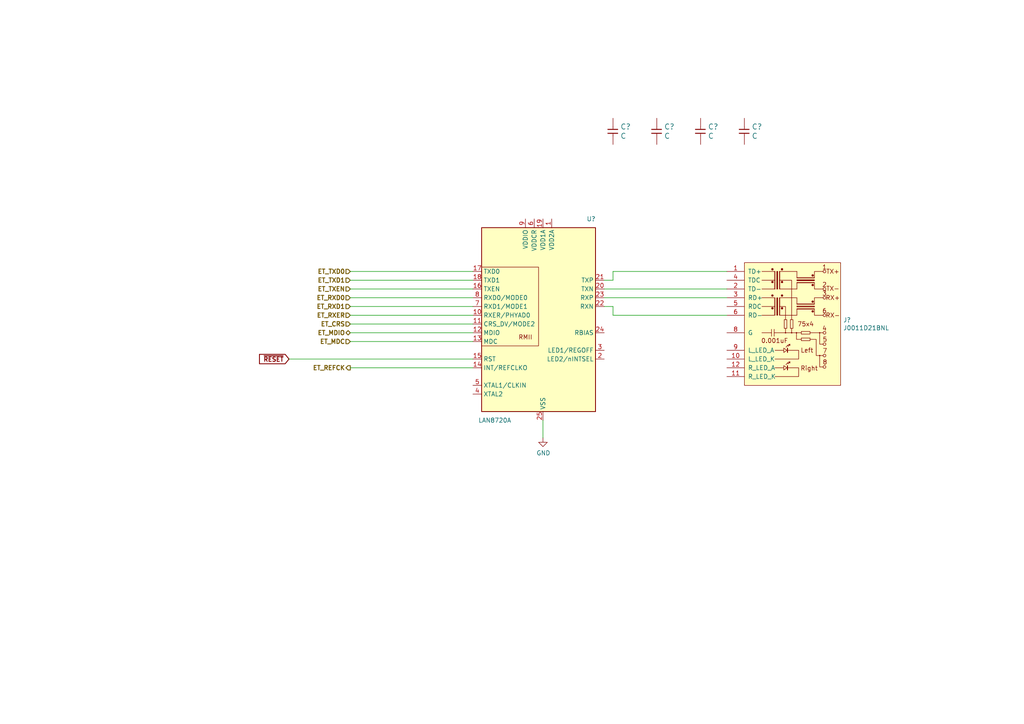
<source format=kicad_sch>
(kicad_sch (version 20211123) (generator eeschema)
  (paper "A4")
  (lib_symbols
    (symbol "Interface_Ethernet:LAN8720A"
      (property "Reference" "U" (at -13.97 29.21 0))
      (property "Value" "LAN8720A" (at 15.24 29.21 0))
      (symbol "LAN8720A_0_0"
        (text "RMII" (at -5.08 -3.81 0) (effects (font (size 1.27 1.27))))
      )
      (symbol "LAN8720A_0_1"
        (rectangle (start -17.78 27.94) (end 15.24 -25.4) (stroke (width 0.254)) (fill (type background)))
        (polyline (pts (xy -17.78 -6.35) (xy -1.27 -6.35) (xy -1.27 16.51) (xy -17.78 16.51)))
      )
      (symbol "LAN8720A_1_1"
        (pin power_in line (at 2.54 30.48 270) (length 2.54) (name "VDD2A") (number "1"))
        (pin output line (at -20.32 2.54 0) (length 2.54) (name "RXER/PHYAD0") (number "10"))
        (pin output line (at -20.32 0 0) (length 2.54) (name "CRS_DV/MODE2") (number "11"))
        (pin bidirectional line (at -20.32 -2.54 0) (length 2.54) (name "MDIO") (number "12"))
        (pin input line (at -20.32 -5.08 0) (length 2.54) (name "MDC") (number "13"))
        (pin output line (at -20.32 -12.7 0) (length 2.54) (name "INT/REFCLKO") (number "14"))
        (pin input line (at -20.32 -10.16 0) (length 2.54) (name "RST") (number "15"))
        (pin input line (at -20.32 10.16 0) (length 2.54) (name "TXEN") (number "16"))
        (pin input line (at -20.32 15.24 0) (length 2.54) (name "TXD0") (number "17"))
        (pin input line (at -20.32 12.7 0) (length 2.54) (name "TXD1") (number "18"))
        (pin power_in line (at 0 30.48 270) (length 2.54) (name "VDD1A") (number "19"))
        (pin bidirectional line (at 17.78 -10.16 180) (length 2.54) (name "LED2/nINTSEL") (number "2"))
        (pin output line (at 17.78 10.16 180) (length 2.54) (name "TXN") (number "20"))
        (pin output line (at 17.78 12.7 180) (length 2.54) (name "TXP") (number "21"))
        (pin output line (at 17.78 5.08 180) (length 2.54) (name "RXN") (number "22"))
        (pin output line (at 17.78 7.62 180) (length 2.54) (name "RXP") (number "23"))
        (pin input line (at 17.78 -2.54 180) (length 2.54) (name "RBIAS") (number "24"))
        (pin power_in line (at 0 -27.94 90) (length 2.54) (name "VSS") (number "25"))
        (pin bidirectional line (at 17.78 -7.62 180) (length 2.54) (name "LED1/REGOFF") (number "3"))
        (pin passive line (at -20.32 -20.32 0) (length 2.54) (name "XTAL2") (number "4"))
        (pin passive line (at -20.32 -17.78 0) (length 2.54) (name "XTAL1/CLKIN") (number "5"))
        (pin power_in line (at -2.54 30.48 270) (length 2.54) (name "VDDCR") (number "6"))
        (pin output line (at -20.32 5.08 0) (length 2.54) (name "RXD1/MODE1") (number "7"))
        (pin output line (at -20.32 7.62 0) (length 2.54) (name "RXD0/MODE0") (number "8"))
        (pin power_in line (at -5.08 30.48 270) (length 2.54) (name "VDDIO") (number "9"))
      )
    )
    (symbol "akizuki:C" (pin_numbers hide) (pin_names (offset 1.016) hide)
      (property "Reference" "C" (at 2.54 2.54 0))
      (property "Value" "akizuki_C" (at -2.54 -2.54 0))
      (symbol "C_0_1"
        (rectangle (start -1.524 -0.508) (end 1.397 -0.635))
        (rectangle (start -1.524 0.635) (end 1.397 0.508))
        (rectangle (start 0 -0.635) (end 0 -1.27))
        (rectangle (start 0 1.27) (end 0 0.635))
      )
      (symbol "C_1_1"
        (pin passive line (at 0 -3.81 90) (length 2.54) (name "~") (number "1"))
        (pin passive line (at 0 3.81 270) (length 2.54) (name "~") (number "2"))
      )
    )
    (symbol "akizuki:J0011D21BNL" (pin_names (offset 1.016))
      (property "Reference" "J" (at -12.7 19.05 0))
      (property "Value" "akizuki_J0011D21BNL" (at -7.62 -19.05 0))
      (symbol "J0011D21BNL_0_0"
        (rectangle (start -2.413 1.27) (end -1.651 -1.27))
        (circle (center -2.032 -2.54) (radius 0.127))
        (rectangle (start -1.524 -6.985) (end -1.397 -8.255))
        (circle (center -0.254 -2.54) (radius 0.127))
        (polyline (pts (xy -8.89 -2.54) (xy -6.35 -2.54)))
        (polyline (pts (xy -6.35 -2.54) (xy -6.096 -2.54)))
        (polyline (pts (xy -6.096 -1.524) (xy -6.096 -3.556)))
        (polyline (pts (xy -5.334 -2.54) (xy -5.08 -2.54)))
        (polyline (pts (xy -5.334 -1.524) (xy -5.334 -3.556)))
        (polyline (pts (xy -5.08 -2.54) (xy 1.27 -2.54)))
        (polyline (pts (xy -2.032 -1.27) (xy -2.032 -2.54)))
        (polyline (pts (xy -0.254 -1.27) (xy -0.254 -2.54)))
        (polyline (pts (xy 1.27 -2.54) (xy 2.54 -2.54)))
        (polyline (pts (xy 5.08 -2.54) (xy 8.89 -2.54)))
        (polyline (pts (xy -0.254 1.27) (xy -0.254 12.7) (xy -3.81 12.7)))
        (polyline (pts (xy 2.54 -4.445) (xy 1.143 -4.445) (xy 1.143 -2.54)))
        (polyline (pts (xy 8.89 -12.446) (xy 7.874 -12.446) (xy 7.874 -9.144)))
        (polyline (pts (xy 8.89 -5.842) (xy 7.874 -5.842) (xy 7.874 -2.54)))
        (polyline (pts (xy -3.81 5.08) (xy -2.159 5.08) (xy -2.032 5.08) (xy -2.032 1.27)))
        (polyline (pts (xy 5.08 -4.445) (xy 6.858 -4.445) (xy 6.858 -9.144) (xy 8.89 -9.144)))
        (polyline (pts (xy -2.54 -6.985) (xy -2.54 -8.255) (xy -1.651 -7.62) (xy -2.54 -6.985) (xy -2.54 -7.112)))
        (polyline (pts (xy 8.89 10.16) (xy 6.35 10.16) (xy 6.35 12.065) (xy 1.27 12.065) (xy 1.27 10.16)))
        (polyline (pts (xy 8.89 15.24) (xy 6.35 15.24) (xy 6.35 13.335) (xy 1.27 13.335) (xy 1.27 15.24)))
        (circle (center 1.143 -2.54) (radius 0.127))
        (circle (center 7.874 -9.144) (radius 0.127))
        (circle (center 7.874 -2.54) (radius 0.127))
        (text "0.001uF" (at -5.207 -4.826 0) (effects (font (size 1.27 1.27))))
        (text "1" (at 9.271 16.51 0) (effects (font (size 1.27 1.27))))
        (text "2" (at 9.271 11.43 0) (effects (font (size 1.27 1.27))))
        (text "4" (at 9.271 -1.27 0) (effects (font (size 1.27 1.27))))
        (text "5" (at 9.398 -4.445 0) (effects (font (size 1.27 1.27))))
        (text "7" (at 9.398 -7.747 0) (effects (font (size 1.27 1.27))))
        (text "75x4" (at 3.81 0 0) (effects (font (size 1.27 1.27))))
        (text "8" (at 9.398 -11.049 0) (effects (font (size 1.27 1.27))))
        (text "Left" (at 4.191 -7.62 0) (effects (font (size 1.27 1.27))))
        (text "RX-" (at 11.684 2.54 0) (effects (font (size 1.27 1.27))))
        (text "TX+" (at 11.684 15.24 0) (effects (font (size 1.27 1.27))))
        (text "TX-" (at 11.684 10.287 0) (effects (font (size 1.27 1.27))))
      )
      (symbol "J0011D21BNL_0_1"
        (rectangle (start -13.97 17.78) (end 13.97 -17.78) (fill (type background)))
        (circle (center -5.842 15.875) (radius 0.254) (fill (type outline)))
        (polyline (pts (xy -8.89 10.16) (xy -5.08 10.16)))
        (polyline (pts (xy -8.89 15.24) (xy -5.08 15.24)))
        (polyline (pts (xy -5.207 15.24) (xy -5.207 10.16)))
        (polyline (pts (xy -5.08 12.7) (xy -8.89 12.7)))
        (polyline (pts (xy -5.08 15.24) (xy -5.08 10.16)))
        (polyline (pts (xy -4.572 10.16) (xy -4.318 10.16)))
        (polyline (pts (xy -4.572 15.24) (xy -4.572 10.16)))
        (polyline (pts (xy -4.572 15.24) (xy -4.318 15.24)))
        (polyline (pts (xy -4.445 15.24) (xy -4.445 10.16)))
        (polyline (pts (xy -4.318 15.24) (xy -4.318 10.16)))
        (polyline (pts (xy -3.81 15.24) (xy 1.27 15.24)))
        (polyline (pts (xy -3.683 15.24) (xy -3.683 10.16)))
        (polyline (pts (xy 1.27 11.938) (xy 6.223 11.938)))
        (polyline (pts (xy 1.27 12.7) (xy 6.35 12.7)))
        (polyline (pts (xy 1.27 13.462) (xy 6.35 13.462)))
        (polyline (pts (xy -3.81 15.24) (xy -3.81 10.16) (xy 1.27 10.16)))
        (polyline (pts (xy 1.27 12.827) (xy 6.35 12.827) (xy 6.35 12.573) (xy 1.27 12.573) (xy 1.27 12.827)))
        (circle (center 9.271 15.24) (radius 0.4064))
      )
      (symbol "J0011D21BNL_1_0"
        (rectangle (start -1.524 -12.065) (end -1.397 -13.335))
        (rectangle (start -0.635 1.27) (end 0.127 -1.27))
        (polyline (pts (xy -2.54 -12.7) (xy -5.08 -12.7)))
        (polyline (pts (xy -2.54 -7.62) (xy -5.08 -7.62)))
        (polyline (pts (xy -0.762 -11.303) (xy -1.143 -11.049)))
        (polyline (pts (xy -0.762 -10.922) (xy -0.762 -11.303)))
        (polyline (pts (xy -0.762 -6.223) (xy -1.143 -5.969)))
        (polyline (pts (xy -0.762 -5.842) (xy -0.762 -6.223)))
        (polyline (pts (xy -5.08 -15.24) (xy 1.778 -15.24) (xy 1.778 -12.7) (xy -1.524 -12.7)))
        (polyline (pts (xy -5.08 -10.16) (xy 1.778 -10.16) (xy 1.778 -7.62) (xy -1.524 -7.62)))
        (polyline (pts (xy -2.54 -12.065) (xy -2.54 -13.335) (xy -1.651 -12.7) (xy -2.54 -12.065) (xy -2.54 -12.192)))
        (polyline (pts (xy -1.905 -11.811) (xy -1.397 -11.176) (xy -1.27 -11.557) (xy -0.762 -10.922) (xy -1.143 -11.049)))
        (polyline (pts (xy -1.905 -6.731) (xy -1.397 -6.096) (xy -1.27 -6.477) (xy -0.762 -5.842) (xy -1.143 -5.969)))
        (polyline (pts (xy 8.89 2.54) (xy 6.35 2.54) (xy 6.35 4.445) (xy 1.27 4.445) (xy 1.27 2.54)))
        (polyline (pts (xy 8.89 7.62) (xy 6.35 7.62) (xy 6.35 5.715) (xy 1.27 5.715) (xy 1.27 7.62)))
        (rectangle (start 2.54 -4.826) (end 5.08 -4.064))
        (rectangle (start 2.54 -2.921) (end 5.08 -2.159))
        (text "3" (at 9.271 8.89 0) (effects (font (size 1.27 1.27))))
        (text "6" (at 9.271 3.81 0) (effects (font (size 1.27 1.27))))
        (text "Right" (at 4.826 -12.827 0) (effects (font (size 1.27 1.27))))
        (text "RX+" (at 11.684 7.62 0) (effects (font (size 1.27 1.27))))
      )
      (symbol "J0011D21BNL_1_1"
        (circle (center -5.842 4.572) (radius 0.254) (fill (type outline)))
        (circle (center -5.842 8.255) (radius 0.254) (fill (type outline)))
        (circle (center -5.842 12.192) (radius 0.254) (fill (type outline)))
        (circle (center -3.048 4.572) (radius 0.254) (fill (type outline)))
        (circle (center -3.048 8.255) (radius 0.254) (fill (type outline)))
        (circle (center -3.048 12.192) (radius 0.254) (fill (type outline)))
        (circle (center -3.048 15.875) (radius 0.254) (fill (type outline)))
        (polyline (pts (xy -8.89 2.54) (xy -5.08 2.54)))
        (polyline (pts (xy -8.89 7.62) (xy -5.08 7.62)))
        (polyline (pts (xy -5.207 7.62) (xy -5.207 2.54)))
        (polyline (pts (xy -5.08 5.08) (xy -8.89 5.08)))
        (polyline (pts (xy -5.08 7.62) (xy -5.08 2.54)))
        (polyline (pts (xy -4.572 2.54) (xy -4.318 2.54)))
        (polyline (pts (xy -4.572 7.62) (xy -4.572 2.54)))
        (polyline (pts (xy -4.572 7.62) (xy -4.318 7.62)))
        (polyline (pts (xy -4.445 7.62) (xy -4.445 2.54)))
        (polyline (pts (xy -4.318 7.62) (xy -4.318 2.54)))
        (polyline (pts (xy -3.81 7.62) (xy 1.27 7.62)))
        (polyline (pts (xy -3.683 7.62) (xy -3.683 2.54)))
        (polyline (pts (xy 1.27 4.318) (xy 6.223 4.318)))
        (polyline (pts (xy 1.27 5.08) (xy 6.35 5.08)))
        (polyline (pts (xy 1.27 5.842) (xy 6.35 5.842)))
        (polyline (pts (xy -3.81 7.62) (xy -3.81 2.54) (xy 1.27 2.54)))
        (polyline (pts (xy 1.27 5.207) (xy 6.35 5.207) (xy 6.35 4.953) (xy 1.27 4.953) (xy 1.27 5.207)))
        (circle (center 5.842 3.683) (radius 0.254) (fill (type outline)))
        (circle (center 5.842 6.477) (radius 0.254) (fill (type outline)))
        (circle (center 5.842 11.303) (radius 0.254) (fill (type outline)))
        (circle (center 5.842 14.097) (radius 0.254) (fill (type outline)))
        (circle (center 9.271 -12.446) (radius 0.4064))
        (circle (center 9.271 -9.144) (radius 0.4064))
        (circle (center 9.271 -5.842) (radius 0.4064))
        (circle (center 9.271 -2.54) (radius 0.4064))
        (circle (center 9.271 2.54) (radius 0.4064))
        (circle (center 9.271 7.62) (radius 0.4064))
        (circle (center 9.271 10.16) (radius 0.4064))
        (pin input line (at -19.05 15.24 0) (length 5.08) (name "TD+") (number "1"))
        (pin input line (at -19.05 -10.16 0) (length 5.08) (name "L_LED_K") (number "10"))
        (pin input line (at -19.05 -15.24 0) (length 5.08) (name "R_LED_K") (number "11"))
        (pin input line (at -19.05 -12.7 0) (length 5.08) (name "R_LED_A") (number "12"))
        (pin input line (at -19.05 10.16 0) (length 5.08) (name "TD-") (number "2"))
        (pin input line (at -19.05 7.62 0) (length 5.08) (name "RD+") (number "3"))
        (pin input line (at -19.05 12.7 0) (length 5.08) (name "TDC") (number "4"))
        (pin input line (at -19.05 5.08 0) (length 5.08) (name "RDC") (number "5"))
        (pin input line (at -19.05 2.54 0) (length 5.08) (name "RD-") (number "6"))
        (pin input non_logic (at -19.05 0 0) (length 5.08) hide (name "NC") (number "7"))
        (pin input line (at -19.05 -2.54 0) (length 5.08) (name "G") (number "8"))
        (pin input line (at -19.05 -7.62 0) (length 5.08) (name "L_LED_A") (number "9"))
      )
    )
    (symbol "power:GND" (power) (pin_names (offset 0))
      (property "Value" "GND" (at 0 -3.81 0))
      (symbol "GND_0_1"
        (polyline (pts (xy 0 0) (xy 0 -1.27) (xy 1.27 -1.27) (xy 0 -2.54) (xy -1.27 -1.27) (xy 0 -1.27)))
      )
      (symbol "GND_1_1"
        (pin power_in line (at 0 0 270) (length 0) hide (name "GND") (number "1"))
      )
    )
  )
  (wire (pts (xy 137.16 78.74) (xy 101.6 78.74)))
  (wire (pts (xy 157.48 121.92) (xy 157.48 127)))
  (wire (pts (xy 177.8 78.74) (xy 210.82 78.74)))
  (wire (pts (xy 177.8 81.28) (xy 177.8 78.74)))
  (wire (pts (xy 137.16 99.06) (xy 101.6 99.06)))
  (wire (pts (xy 137.16 104.14) (xy 83.82 104.14)))
  (wire (pts (xy 137.16 88.9) (xy 101.6 88.9)))
  (wire (pts (xy 137.16 96.52) (xy 101.6 96.52)))
  (wire (pts (xy 137.16 83.82) (xy 101.6 83.82)))
  (wire (pts (xy 177.8 88.9) (xy 175.26 88.9)))
  (wire (pts (xy 177.8 91.44) (xy 177.8 88.9)))
  (wire (pts (xy 137.16 106.68) (xy 101.6 106.68)))
  (wire (pts (xy 175.26 81.28) (xy 177.8 81.28)))
  (wire (pts (xy 210.82 91.44) (xy 177.8 91.44)))
  (wire (pts (xy 101.6 91.44) (xy 137.16 91.44)))
  (wire (pts (xy 101.6 93.98) (xy 137.16 93.98)))
  (wire (pts (xy 101.6 81.28) (xy 137.16 81.28)))
  (wire (pts (xy 175.26 83.82) (xy 210.82 83.82)))
  (wire (pts (xy 101.6 86.36) (xy 137.16 86.36)))
  (wire (pts (xy 175.26 86.36) (xy 210.82 86.36)))
  (global_label "~{RESET}" (shape input) (at 83.82 104.14 180) (effects (font (thickness 0.254) bold)) (property "Intersheet References" "${INTERSHEET_REFS}" (effects hide)))
  (hierarchical_label "ET_RXD0" (shape input) (at 101.6 86.36 180) (effects (font (thickness 0.254) bold)))
  (hierarchical_label "ET_CRS" (shape input) (at 101.6 93.98 180) (effects (font (thickness 0.254) bold)))
  (hierarchical_label "ET_TXEN" (shape input) (at 101.6 83.82 180) (effects (font (thickness 0.254) bold)))
  (hierarchical_label "ET_RXD1" (shape input) (at 101.6 88.9 180) (effects (font (thickness 0.254) bold)))
  (hierarchical_label "ET_TXD0" (shape input) (at 101.6 78.74 180) (effects (font (thickness 0.254) bold)))
  (hierarchical_label "ET_MDIO" (shape bidirectional) (at 101.6 96.52 180) (effects (font (thickness 0.254) bold)))
  (hierarchical_label "ET_RXER" (shape input) (at 101.6 91.44 180) (effects (font (thickness 0.254) bold)))
  (hierarchical_label "ET_TXD1" (shape input) (at 101.6 81.28 180) (effects (font (thickness 0.254) bold)))
  (hierarchical_label "ET_REFCK" (shape output) (at 101.6 106.68 180) (effects (font (thickness 0.254) bold)))
  (hierarchical_label "ET_MDC" (shape input) (at 101.6 99.06 180) (effects (font (thickness 0.254) bold)))
  (symbol (lib_id "akizuki:J0011D21BNL") (at 229.87 93.98 0) (unit 1)
    (property "Reference" "J?" (at 244.5512 92.8116 0) (effects (justify left)))
    (property "Value" "J0011D21BNL" (at 244.5512 95.123 0) (effects (justify left)))
  )
  (symbol (lib_id "Interface_Ethernet:LAN8720A") (at 157.48 93.98 0) (unit 1)
    (property "Reference" "U?" (at 171.45 63.5 0))
    (property "Value" "LAN8720A" (at 143.51 121.92 0))
    (property "Footprint" "Package_DFN_QFN:QFN-24-1EP_4x4mm_P0.5mm_EP2.6x2.6mm" (effects hide))
    (property "Datasheet" "http://ww1.microchip.com/downloads/en/DeviceDoc/8720a.pdf" (effects hide))
  )
  (symbol (lib_id "akizuki:C") (at 177.8 38.1 0) (unit 1)
    (property "Reference" "C?" (at 179.9082 36.7538 0) (effects (font (size 1.524 1.524)) (justify left)))
    (property "Value" "C" (at 179.9082 39.4462 0) (effects (font (size 1.524 1.524)) (justify left)))
  )
  (symbol (lib_id "akizuki:C") (at 190.5 38.1 0) (unit 1)
    (property "Reference" "C?" (at 192.6082 36.7538 0) (effects (font (size 1.524 1.524)) (justify left)))
    (property "Value" "C" (at 192.6082 39.4462 0) (effects (font (size 1.524 1.524)) (justify left)))
  )
  (symbol (lib_id "akizuki:C") (at 203.2 38.1 0) (unit 1)
    (property "Reference" "C?" (at 205.3082 36.7538 0) (effects (font (size 1.524 1.524)) (justify left)))
    (property "Value" "C" (at 205.3082 39.4462 0) (effects (font (size 1.524 1.524)) (justify left)))
  )
  (symbol (lib_id "akizuki:C") (at 215.9 38.1 0) (unit 1)
    (property "Reference" "C?" (at 218.0082 36.7538 0) (effects (font (size 1.524 1.524)) (justify left)))
    (property "Value" "C" (at 218.0082 39.4462 0) (effects (font (size 1.524 1.524)) (justify left)))
  )
  (symbol (lib_id "power:GND") (at 157.48 127 0) (unit 1)
    (property "Reference" "#PWR?" (effects hide))
    (property "Value" "GND" (at 157.607 131.3942 0))
  )
)
</source>
